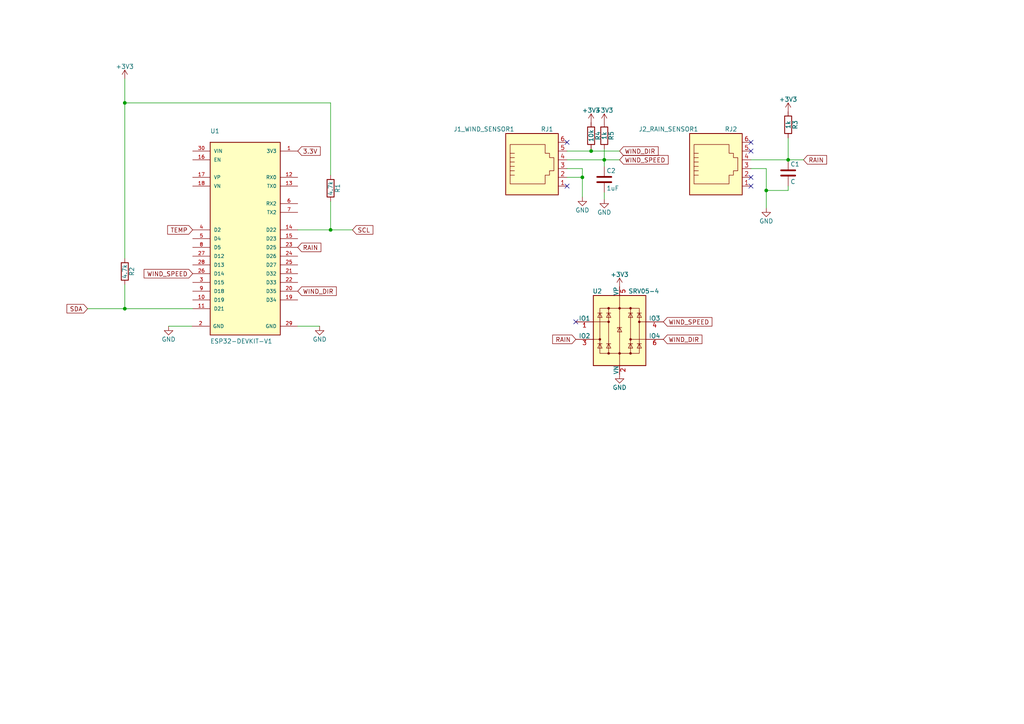
<source format=kicad_sch>
(kicad_sch (version 20211123) (generator eeschema)

  (uuid 962fb721-6e88-4032-ad8b-ed2db92d9d59)

  (paper "A4")

  (lib_symbols
    (symbol "Connector:RJ12" (pin_names (offset 1.016)) (in_bom yes) (on_board yes)
      (property "Reference" "J" (id 0) (at -5.08 11.43 0)
        (effects (font (size 1.27 1.27)) (justify right))
      )
      (property "Value" "RJ12" (id 1) (at 2.54 11.43 0)
        (effects (font (size 1.27 1.27)) (justify left))
      )
      (property "Footprint" "" (id 2) (at 0 0.635 90)
        (effects (font (size 1.27 1.27)) hide)
      )
      (property "Datasheet" "~" (id 3) (at 0 0.635 90)
        (effects (font (size 1.27 1.27)) hide)
      )
      (property "ki_keywords" "6P6C RJ female connector" (id 4) (at 0 0 0)
        (effects (font (size 1.27 1.27)) hide)
      )
      (property "ki_description" "RJ connector, 6P6C (6 positions 6 connected)" (id 5) (at 0 0 0)
        (effects (font (size 1.27 1.27)) hide)
      )
      (property "ki_fp_filters" "6P6C* RJ12* RJ18* RJ25*" (id 6) (at 0 0 0)
        (effects (font (size 1.27 1.27)) hide)
      )
      (symbol "RJ12_0_1"
        (polyline
          (pts
            (xy -6.35 -1.905)
            (xy -5.08 -1.905)
            (xy -5.08 -1.905)
          )
          (stroke (width 0) (type default) (color 0 0 0 0))
          (fill (type none))
        )
        (polyline
          (pts
            (xy -6.35 -0.635)
            (xy -5.08 -0.635)
            (xy -5.08 -0.635)
          )
          (stroke (width 0) (type default) (color 0 0 0 0))
          (fill (type none))
        )
        (polyline
          (pts
            (xy -6.35 0.635)
            (xy -5.08 0.635)
            (xy -5.08 0.635)
          )
          (stroke (width 0) (type default) (color 0 0 0 0))
          (fill (type none))
        )
        (polyline
          (pts
            (xy -6.35 1.905)
            (xy -5.08 1.905)
            (xy -5.08 1.905)
          )
          (stroke (width 0) (type default) (color 0 0 0 0))
          (fill (type none))
        )
        (polyline
          (pts
            (xy -6.35 3.175)
            (xy -5.08 3.175)
            (xy -5.08 3.175)
          )
          (stroke (width 0) (type default) (color 0 0 0 0))
          (fill (type none))
        )
        (polyline
          (pts
            (xy -5.08 4.445)
            (xy -6.35 4.445)
            (xy -6.35 4.445)
          )
          (stroke (width 0) (type default) (color 0 0 0 0))
          (fill (type none))
        )
        (polyline
          (pts
            (xy -6.35 -4.445)
            (xy -6.35 6.985)
            (xy 3.81 6.985)
            (xy 3.81 4.445)
            (xy 5.08 4.445)
            (xy 5.08 3.175)
            (xy 6.35 3.175)
            (xy 6.35 -0.635)
            (xy 5.08 -0.635)
            (xy 5.08 -1.905)
            (xy 3.81 -1.905)
            (xy 3.81 -4.445)
            (xy -6.35 -4.445)
            (xy -6.35 -4.445)
          )
          (stroke (width 0) (type default) (color 0 0 0 0))
          (fill (type none))
        )
        (rectangle (start 7.62 10.16) (end -7.62 -7.62)
          (stroke (width 0.254) (type default) (color 0 0 0 0))
          (fill (type background))
        )
      )
      (symbol "RJ12_1_1"
        (pin passive line (at 10.16 -5.08 180) (length 2.54)
          (name "~" (effects (font (size 1.27 1.27))))
          (number "1" (effects (font (size 1.27 1.27))))
        )
        (pin passive line (at 10.16 -2.54 180) (length 2.54)
          (name "~" (effects (font (size 1.27 1.27))))
          (number "2" (effects (font (size 1.27 1.27))))
        )
        (pin passive line (at 10.16 0 180) (length 2.54)
          (name "~" (effects (font (size 1.27 1.27))))
          (number "3" (effects (font (size 1.27 1.27))))
        )
        (pin passive line (at 10.16 2.54 180) (length 2.54)
          (name "~" (effects (font (size 1.27 1.27))))
          (number "4" (effects (font (size 1.27 1.27))))
        )
        (pin passive line (at 10.16 5.08 180) (length 2.54)
          (name "~" (effects (font (size 1.27 1.27))))
          (number "5" (effects (font (size 1.27 1.27))))
        )
        (pin passive line (at 10.16 7.62 180) (length 2.54)
          (name "~" (effects (font (size 1.27 1.27))))
          (number "6" (effects (font (size 1.27 1.27))))
        )
      )
    )
    (symbol "Device:C" (pin_numbers hide) (pin_names (offset 0.254)) (in_bom yes) (on_board yes)
      (property "Reference" "C" (id 0) (at 0.635 2.54 0)
        (effects (font (size 1.27 1.27)) (justify left))
      )
      (property "Value" "C" (id 1) (at 0.635 -2.54 0)
        (effects (font (size 1.27 1.27)) (justify left))
      )
      (property "Footprint" "" (id 2) (at 0.9652 -3.81 0)
        (effects (font (size 1.27 1.27)) hide)
      )
      (property "Datasheet" "~" (id 3) (at 0 0 0)
        (effects (font (size 1.27 1.27)) hide)
      )
      (property "ki_keywords" "cap capacitor" (id 4) (at 0 0 0)
        (effects (font (size 1.27 1.27)) hide)
      )
      (property "ki_description" "Unpolarized capacitor" (id 5) (at 0 0 0)
        (effects (font (size 1.27 1.27)) hide)
      )
      (property "ki_fp_filters" "C_*" (id 6) (at 0 0 0)
        (effects (font (size 1.27 1.27)) hide)
      )
      (symbol "C_0_1"
        (polyline
          (pts
            (xy -2.032 -0.762)
            (xy 2.032 -0.762)
          )
          (stroke (width 0.508) (type default) (color 0 0 0 0))
          (fill (type none))
        )
        (polyline
          (pts
            (xy -2.032 0.762)
            (xy 2.032 0.762)
          )
          (stroke (width 0.508) (type default) (color 0 0 0 0))
          (fill (type none))
        )
      )
      (symbol "C_1_1"
        (pin passive line (at 0 3.81 270) (length 2.794)
          (name "~" (effects (font (size 1.27 1.27))))
          (number "1" (effects (font (size 1.27 1.27))))
        )
        (pin passive line (at 0 -3.81 90) (length 2.794)
          (name "~" (effects (font (size 1.27 1.27))))
          (number "2" (effects (font (size 1.27 1.27))))
        )
      )
    )
    (symbol "Device:R" (pin_numbers hide) (pin_names (offset 0)) (in_bom yes) (on_board yes)
      (property "Reference" "R" (id 0) (at 2.032 0 90)
        (effects (font (size 1.27 1.27)))
      )
      (property "Value" "R" (id 1) (at 0 0 90)
        (effects (font (size 1.27 1.27)))
      )
      (property "Footprint" "" (id 2) (at -1.778 0 90)
        (effects (font (size 1.27 1.27)) hide)
      )
      (property "Datasheet" "~" (id 3) (at 0 0 0)
        (effects (font (size 1.27 1.27)) hide)
      )
      (property "ki_keywords" "R res resistor" (id 4) (at 0 0 0)
        (effects (font (size 1.27 1.27)) hide)
      )
      (property "ki_description" "Resistor" (id 5) (at 0 0 0)
        (effects (font (size 1.27 1.27)) hide)
      )
      (property "ki_fp_filters" "R_*" (id 6) (at 0 0 0)
        (effects (font (size 1.27 1.27)) hide)
      )
      (symbol "R_0_1"
        (rectangle (start -1.016 -2.54) (end 1.016 2.54)
          (stroke (width 0.254) (type default) (color 0 0 0 0))
          (fill (type none))
        )
      )
      (symbol "R_1_1"
        (pin passive line (at 0 3.81 270) (length 1.27)
          (name "~" (effects (font (size 1.27 1.27))))
          (number "1" (effects (font (size 1.27 1.27))))
        )
        (pin passive line (at 0 -3.81 90) (length 1.27)
          (name "~" (effects (font (size 1.27 1.27))))
          (number "2" (effects (font (size 1.27 1.27))))
        )
      )
    )
    (symbol "Power_Protection:SRV05-4" (pin_names (offset 0)) (in_bom yes) (on_board yes)
      (property "Reference" "U" (id 0) (at -5.08 11.43 0)
        (effects (font (size 1.27 1.27)) (justify right))
      )
      (property "Value" "SRV05-4" (id 1) (at 2.54 11.43 0)
        (effects (font (size 1.27 1.27)) (justify left))
      )
      (property "Footprint" "Package_TO_SOT_SMD:SOT-23-6" (id 2) (at 17.78 -11.43 0)
        (effects (font (size 1.27 1.27)) hide)
      )
      (property "Datasheet" "http://www.onsemi.com/pub/Collateral/SRV05-4-D.PDF" (id 3) (at 0 0 0)
        (effects (font (size 1.27 1.27)) hide)
      )
      (property "ki_keywords" "ESD protection diodes" (id 4) (at 0 0 0)
        (effects (font (size 1.27 1.27)) hide)
      )
      (property "ki_description" "ESD Protection Diodes with Low Clamping Voltage, SOT-23-6" (id 5) (at 0 0 0)
        (effects (font (size 1.27 1.27)) hide)
      )
      (property "ki_fp_filters" "SOT?23*" (id 6) (at 0 0 0)
        (effects (font (size 1.27 1.27)) hide)
      )
      (symbol "SRV05-4_0_0"
        (rectangle (start -5.715 6.477) (end 5.715 -6.604)
          (stroke (width 0) (type default) (color 0 0 0 0))
          (fill (type none))
        )
        (polyline
          (pts
            (xy -3.175 -6.604)
            (xy -3.175 6.477)
          )
          (stroke (width 0) (type default) (color 0 0 0 0))
          (fill (type none))
        )
        (polyline
          (pts
            (xy 3.175 6.477)
            (xy 3.175 -6.604)
          )
          (stroke (width 0) (type default) (color 0 0 0 0))
          (fill (type none))
        )
      )
      (symbol "SRV05-4_0_1"
        (rectangle (start -7.62 10.16) (end 7.62 -10.16)
          (stroke (width 0.254) (type default) (color 0 0 0 0))
          (fill (type background))
        )
        (circle (center -5.715 -2.54) (radius 0.2794)
          (stroke (width 0) (type default) (color 0 0 0 0))
          (fill (type outline))
        )
        (circle (center -3.175 -6.604) (radius 0.2794)
          (stroke (width 0) (type default) (color 0 0 0 0))
          (fill (type outline))
        )
        (circle (center -3.175 2.54) (radius 0.2794)
          (stroke (width 0) (type default) (color 0 0 0 0))
          (fill (type outline))
        )
        (circle (center -3.175 6.477) (radius 0.2794)
          (stroke (width 0) (type default) (color 0 0 0 0))
          (fill (type outline))
        )
        (circle (center 0 -6.604) (radius 0.2794)
          (stroke (width 0) (type default) (color 0 0 0 0))
          (fill (type outline))
        )
        (polyline
          (pts
            (xy -7.747 2.54)
            (xy -3.175 2.54)
          )
          (stroke (width 0) (type default) (color 0 0 0 0))
          (fill (type none))
        )
        (polyline
          (pts
            (xy -7.62 -2.54)
            (xy -5.715 -2.54)
          )
          (stroke (width 0) (type default) (color 0 0 0 0))
          (fill (type none))
        )
        (polyline
          (pts
            (xy -5.08 -3.81)
            (xy -6.35 -3.81)
          )
          (stroke (width 0) (type default) (color 0 0 0 0))
          (fill (type none))
        )
        (polyline
          (pts
            (xy -5.08 5.08)
            (xy -6.35 5.08)
          )
          (stroke (width 0) (type default) (color 0 0 0 0))
          (fill (type none))
        )
        (polyline
          (pts
            (xy -2.54 -3.81)
            (xy -3.81 -3.81)
          )
          (stroke (width 0) (type default) (color 0 0 0 0))
          (fill (type none))
        )
        (polyline
          (pts
            (xy -2.54 5.08)
            (xy -3.81 5.08)
          )
          (stroke (width 0) (type default) (color 0 0 0 0))
          (fill (type none))
        )
        (polyline
          (pts
            (xy 0 10.16)
            (xy 0 -10.16)
          )
          (stroke (width 0) (type default) (color 0 0 0 0))
          (fill (type none))
        )
        (polyline
          (pts
            (xy 3.81 -3.81)
            (xy 2.54 -3.81)
          )
          (stroke (width 0) (type default) (color 0 0 0 0))
          (fill (type none))
        )
        (polyline
          (pts
            (xy 3.81 5.08)
            (xy 2.54 5.08)
          )
          (stroke (width 0) (type default) (color 0 0 0 0))
          (fill (type none))
        )
        (polyline
          (pts
            (xy 6.35 -3.81)
            (xy 5.08 -3.81)
          )
          (stroke (width 0) (type default) (color 0 0 0 0))
          (fill (type none))
        )
        (polyline
          (pts
            (xy 6.35 5.08)
            (xy 5.08 5.08)
          )
          (stroke (width 0) (type default) (color 0 0 0 0))
          (fill (type none))
        )
        (polyline
          (pts
            (xy 7.62 -2.54)
            (xy 3.175 -2.54)
          )
          (stroke (width 0) (type default) (color 0 0 0 0))
          (fill (type none))
        )
        (polyline
          (pts
            (xy 7.62 2.54)
            (xy 5.715 2.54)
          )
          (stroke (width 0) (type default) (color 0 0 0 0))
          (fill (type none))
        )
        (polyline
          (pts
            (xy 0.635 0.889)
            (xy -0.635 0.889)
            (xy -0.635 0.635)
          )
          (stroke (width 0) (type default) (color 0 0 0 0))
          (fill (type none))
        )
        (polyline
          (pts
            (xy -5.08 -5.08)
            (xy -6.35 -5.08)
            (xy -5.715 -3.81)
            (xy -5.08 -5.08)
          )
          (stroke (width 0) (type default) (color 0 0 0 0))
          (fill (type none))
        )
        (polyline
          (pts
            (xy -5.08 3.81)
            (xy -6.35 3.81)
            (xy -5.715 5.08)
            (xy -5.08 3.81)
          )
          (stroke (width 0) (type default) (color 0 0 0 0))
          (fill (type none))
        )
        (polyline
          (pts
            (xy -2.54 -5.08)
            (xy -3.81 -5.08)
            (xy -3.175 -3.81)
            (xy -2.54 -5.08)
          )
          (stroke (width 0) (type default) (color 0 0 0 0))
          (fill (type none))
        )
        (polyline
          (pts
            (xy -2.54 3.81)
            (xy -3.81 3.81)
            (xy -3.175 5.08)
            (xy -2.54 3.81)
          )
          (stroke (width 0) (type default) (color 0 0 0 0))
          (fill (type none))
        )
        (polyline
          (pts
            (xy 0.635 -0.381)
            (xy -0.635 -0.381)
            (xy 0 0.889)
            (xy 0.635 -0.381)
          )
          (stroke (width 0) (type default) (color 0 0 0 0))
          (fill (type none))
        )
        (polyline
          (pts
            (xy 3.81 -5.08)
            (xy 2.54 -5.08)
            (xy 3.175 -3.81)
            (xy 3.81 -5.08)
          )
          (stroke (width 0) (type default) (color 0 0 0 0))
          (fill (type none))
        )
        (polyline
          (pts
            (xy 3.81 3.81)
            (xy 2.54 3.81)
            (xy 3.175 5.08)
            (xy 3.81 3.81)
          )
          (stroke (width 0) (type default) (color 0 0 0 0))
          (fill (type none))
        )
        (polyline
          (pts
            (xy 6.35 -5.08)
            (xy 5.08 -5.08)
            (xy 5.715 -3.81)
            (xy 6.35 -5.08)
          )
          (stroke (width 0) (type default) (color 0 0 0 0))
          (fill (type none))
        )
        (polyline
          (pts
            (xy 6.35 3.81)
            (xy 5.08 3.81)
            (xy 5.715 5.08)
            (xy 6.35 3.81)
          )
          (stroke (width 0) (type default) (color 0 0 0 0))
          (fill (type none))
        )
        (circle (center 0 6.477) (radius 0.2794)
          (stroke (width 0) (type default) (color 0 0 0 0))
          (fill (type outline))
        )
        (circle (center 3.175 -6.604) (radius 0.2794)
          (stroke (width 0) (type default) (color 0 0 0 0))
          (fill (type outline))
        )
        (circle (center 3.175 -2.54) (radius 0.2794)
          (stroke (width 0) (type default) (color 0 0 0 0))
          (fill (type outline))
        )
        (circle (center 3.175 6.477) (radius 0.2794)
          (stroke (width 0) (type default) (color 0 0 0 0))
          (fill (type outline))
        )
        (circle (center 5.715 2.54) (radius 0.2794)
          (stroke (width 0) (type default) (color 0 0 0 0))
          (fill (type outline))
        )
      )
      (symbol "SRV05-4_1_1"
        (pin passive line (at -12.7 2.54 0) (length 5.08)
          (name "IO1" (effects (font (size 1.27 1.27))))
          (number "1" (effects (font (size 1.27 1.27))))
        )
        (pin passive line (at 0 -12.7 90) (length 2.54)
          (name "VN" (effects (font (size 1.27 1.27))))
          (number "2" (effects (font (size 1.27 1.27))))
        )
        (pin passive line (at -12.7 -2.54 0) (length 5.08)
          (name "IO2" (effects (font (size 1.27 1.27))))
          (number "3" (effects (font (size 1.27 1.27))))
        )
        (pin passive line (at 12.7 2.54 180) (length 5.08)
          (name "IO3" (effects (font (size 1.27 1.27))))
          (number "4" (effects (font (size 1.27 1.27))))
        )
        (pin passive line (at 0 12.7 270) (length 2.54)
          (name "VP" (effects (font (size 1.27 1.27))))
          (number "5" (effects (font (size 1.27 1.27))))
        )
        (pin passive line (at 12.7 -2.54 180) (length 5.08)
          (name "IO4" (effects (font (size 1.27 1.27))))
          (number "6" (effects (font (size 1.27 1.27))))
        )
      )
    )
    (symbol "esp32_devkit:ESP32-DEVKIT-V1" (pin_names (offset 1.016)) (in_bom yes) (on_board yes)
      (property "Reference" "U" (id 0) (at -10.16 30.48 0)
        (effects (font (size 1.27 1.27)) (justify left bottom))
      )
      (property "Value" "ESP32-DEVKIT-V1" (id 1) (at -10.16 -30.48 0)
        (effects (font (size 1.27 1.27)) (justify left bottom))
      )
      (property "Footprint" "MODULE_ESP32_DEVKIT_V1" (id 2) (at 0 0 0)
        (effects (font (size 1.27 1.27)) (justify left bottom) hide)
      )
      (property "Datasheet" "" (id 3) (at 0 0 0)
        (effects (font (size 1.27 1.27)) (justify left bottom) hide)
      )
      (property "MAXIMUM_PACKAGE_HEIGHT" "6.8 mm" (id 4) (at 0 0 0)
        (effects (font (size 1.27 1.27)) (justify left bottom) hide)
      )
      (property "PARTREV" "N/A" (id 5) (at 0 0 0)
        (effects (font (size 1.27 1.27)) (justify left bottom) hide)
      )
      (property "MANUFACTURER" "DOIT" (id 6) (at 0 0 0)
        (effects (font (size 1.27 1.27)) (justify left bottom) hide)
      )
      (property "STANDARD" "Manufacturer Recommendations" (id 7) (at 0 0 0)
        (effects (font (size 1.27 1.27)) (justify left bottom) hide)
      )
      (property "ki_locked" "" (id 8) (at 0 0 0)
        (effects (font (size 1.27 1.27)))
      )
      (symbol "ESP32-DEVKIT-V1_0_0"
        (rectangle (start -10.16 -27.94) (end 10.16 27.94)
          (stroke (width 0.254) (type default) (color 0 0 0 0))
          (fill (type background))
        )
        (pin output line (at 15.24 25.4 180) (length 5.08)
          (name "3V3" (effects (font (size 1.016 1.016))))
          (number "1" (effects (font (size 1.016 1.016))))
        )
        (pin bidirectional line (at -15.24 -17.78 0) (length 5.08)
          (name "D19" (effects (font (size 1.016 1.016))))
          (number "10" (effects (font (size 1.016 1.016))))
        )
        (pin bidirectional line (at -15.24 -20.32 0) (length 5.08)
          (name "D21" (effects (font (size 1.016 1.016))))
          (number "11" (effects (font (size 1.016 1.016))))
        )
        (pin input line (at 15.24 17.78 180) (length 5.08)
          (name "RX0" (effects (font (size 1.016 1.016))))
          (number "12" (effects (font (size 1.016 1.016))))
        )
        (pin output line (at 15.24 15.24 180) (length 5.08)
          (name "TX0" (effects (font (size 1.016 1.016))))
          (number "13" (effects (font (size 1.016 1.016))))
        )
        (pin bidirectional line (at 15.24 2.54 180) (length 5.08)
          (name "D22" (effects (font (size 1.016 1.016))))
          (number "14" (effects (font (size 1.016 1.016))))
        )
        (pin bidirectional line (at 15.24 0 180) (length 5.08)
          (name "D23" (effects (font (size 1.016 1.016))))
          (number "15" (effects (font (size 1.016 1.016))))
        )
        (pin input line (at -15.24 22.86 0) (length 5.08)
          (name "EN" (effects (font (size 1.016 1.016))))
          (number "16" (effects (font (size 1.016 1.016))))
        )
        (pin bidirectional line (at -15.24 17.78 0) (length 5.08)
          (name "VP" (effects (font (size 1.016 1.016))))
          (number "17" (effects (font (size 1.016 1.016))))
        )
        (pin bidirectional line (at -15.24 15.24 0) (length 5.08)
          (name "VN" (effects (font (size 1.016 1.016))))
          (number "18" (effects (font (size 1.016 1.016))))
        )
        (pin bidirectional line (at 15.24 -17.78 180) (length 5.08)
          (name "D34" (effects (font (size 1.016 1.016))))
          (number "19" (effects (font (size 1.016 1.016))))
        )
        (pin power_in line (at -15.494 -25.4 0) (length 5.08)
          (name "GND" (effects (font (size 1.016 1.016))))
          (number "2" (effects (font (size 1.016 1.016))))
        )
        (pin bidirectional line (at 15.24 -15.24 180) (length 5.08)
          (name "D35" (effects (font (size 1.016 1.016))))
          (number "20" (effects (font (size 1.016 1.016))))
        )
        (pin bidirectional line (at 15.24 -10.16 180) (length 5.08)
          (name "D32" (effects (font (size 1.016 1.016))))
          (number "21" (effects (font (size 1.016 1.016))))
        )
        (pin bidirectional line (at 15.24 -12.7 180) (length 5.08)
          (name "D33" (effects (font (size 1.016 1.016))))
          (number "22" (effects (font (size 1.016 1.016))))
        )
        (pin bidirectional line (at 15.24 -2.54 180) (length 5.08)
          (name "D25" (effects (font (size 1.016 1.016))))
          (number "23" (effects (font (size 1.016 1.016))))
        )
        (pin bidirectional line (at 15.24 -5.08 180) (length 5.08)
          (name "D26" (effects (font (size 1.016 1.016))))
          (number "24" (effects (font (size 1.016 1.016))))
        )
        (pin bidirectional line (at 15.24 -7.62 180) (length 5.08)
          (name "D27" (effects (font (size 1.016 1.016))))
          (number "25" (effects (font (size 1.016 1.016))))
        )
        (pin bidirectional line (at -15.24 -10.16 0) (length 5.08)
          (name "D14" (effects (font (size 1.016 1.016))))
          (number "26" (effects (font (size 1.016 1.016))))
        )
        (pin bidirectional line (at -15.24 -5.08 0) (length 5.08)
          (name "D12" (effects (font (size 1.016 1.016))))
          (number "27" (effects (font (size 1.016 1.016))))
        )
        (pin bidirectional line (at -15.24 -7.62 0) (length 5.08)
          (name "D13" (effects (font (size 1.016 1.016))))
          (number "28" (effects (font (size 1.016 1.016))))
        )
        (pin power_in line (at 15.24 -25.4 180) (length 5.08)
          (name "GND" (effects (font (size 1.016 1.016))))
          (number "29" (effects (font (size 1.016 1.016))))
        )
        (pin bidirectional line (at -15.24 -12.7 0) (length 5.08)
          (name "D15" (effects (font (size 1.016 1.016))))
          (number "3" (effects (font (size 1.016 1.016))))
        )
        (pin input line (at -15.24 25.4 0) (length 5.08)
          (name "VIN" (effects (font (size 1.016 1.016))))
          (number "30" (effects (font (size 1.016 1.016))))
        )
        (pin bidirectional line (at -15.24 2.54 0) (length 5.08)
          (name "D2" (effects (font (size 1.016 1.016))))
          (number "4" (effects (font (size 1.016 1.016))))
        )
        (pin bidirectional line (at -15.24 0 0) (length 5.08)
          (name "D4" (effects (font (size 1.016 1.016))))
          (number "5" (effects (font (size 1.016 1.016))))
        )
        (pin input line (at 15.24 10.16 180) (length 5.08)
          (name "RX2" (effects (font (size 1.016 1.016))))
          (number "6" (effects (font (size 1.016 1.016))))
        )
        (pin output line (at 15.24 7.62 180) (length 5.08)
          (name "TX2" (effects (font (size 1.016 1.016))))
          (number "7" (effects (font (size 1.016 1.016))))
        )
        (pin bidirectional line (at -15.24 -2.54 0) (length 5.08)
          (name "D5" (effects (font (size 1.016 1.016))))
          (number "8" (effects (font (size 1.016 1.016))))
        )
        (pin bidirectional line (at -15.24 -15.24 0) (length 5.08)
          (name "D18" (effects (font (size 1.016 1.016))))
          (number "9" (effects (font (size 1.016 1.016))))
        )
      )
    )
    (symbol "power:+3.3V" (power) (pin_names (offset 0)) (in_bom yes) (on_board yes)
      (property "Reference" "#PWR" (id 0) (at 0 -3.81 0)
        (effects (font (size 1.27 1.27)) hide)
      )
      (property "Value" "+3.3V" (id 1) (at 0 3.556 0)
        (effects (font (size 1.27 1.27)))
      )
      (property "Footprint" "" (id 2) (at 0 0 0)
        (effects (font (size 1.27 1.27)) hide)
      )
      (property "Datasheet" "" (id 3) (at 0 0 0)
        (effects (font (size 1.27 1.27)) hide)
      )
      (property "ki_keywords" "power-flag" (id 4) (at 0 0 0)
        (effects (font (size 1.27 1.27)) hide)
      )
      (property "ki_description" "Power symbol creates a global label with name \"+3.3V\"" (id 5) (at 0 0 0)
        (effects (font (size 1.27 1.27)) hide)
      )
      (symbol "+3.3V_0_1"
        (polyline
          (pts
            (xy -0.762 1.27)
            (xy 0 2.54)
          )
          (stroke (width 0) (type default) (color 0 0 0 0))
          (fill (type none))
        )
        (polyline
          (pts
            (xy 0 0)
            (xy 0 2.54)
          )
          (stroke (width 0) (type default) (color 0 0 0 0))
          (fill (type none))
        )
        (polyline
          (pts
            (xy 0 2.54)
            (xy 0.762 1.27)
          )
          (stroke (width 0) (type default) (color 0 0 0 0))
          (fill (type none))
        )
      )
      (symbol "+3.3V_1_1"
        (pin power_in line (at 0 0 90) (length 0) hide
          (name "+3V3" (effects (font (size 1.27 1.27))))
          (number "1" (effects (font (size 1.27 1.27))))
        )
      )
    )
    (symbol "power:GND" (power) (pin_names (offset 0)) (in_bom yes) (on_board yes)
      (property "Reference" "#PWR" (id 0) (at 0 -6.35 0)
        (effects (font (size 1.27 1.27)) hide)
      )
      (property "Value" "GND" (id 1) (at 0 -3.81 0)
        (effects (font (size 1.27 1.27)))
      )
      (property "Footprint" "" (id 2) (at 0 0 0)
        (effects (font (size 1.27 1.27)) hide)
      )
      (property "Datasheet" "" (id 3) (at 0 0 0)
        (effects (font (size 1.27 1.27)) hide)
      )
      (property "ki_keywords" "power-flag" (id 4) (at 0 0 0)
        (effects (font (size 1.27 1.27)) hide)
      )
      (property "ki_description" "Power symbol creates a global label with name \"GND\" , ground" (id 5) (at 0 0 0)
        (effects (font (size 1.27 1.27)) hide)
      )
      (symbol "GND_0_1"
        (polyline
          (pts
            (xy 0 0)
            (xy 0 -1.27)
            (xy 1.27 -1.27)
            (xy 0 -2.54)
            (xy -1.27 -1.27)
            (xy 0 -1.27)
          )
          (stroke (width 0) (type default) (color 0 0 0 0))
          (fill (type none))
        )
      )
      (symbol "GND_1_1"
        (pin power_in line (at 0 0 270) (length 0) hide
          (name "GND" (effects (font (size 1.27 1.27))))
          (number "1" (effects (font (size 1.27 1.27))))
        )
      )
    )
  )

  (junction (at 95.885 66.675) (diameter 0) (color 0 0 0 0)
    (uuid 0c53cceb-afb6-4b85-a52c-6f745db7c2fa)
  )
  (junction (at 36.195 89.535) (diameter 0) (color 0 0 0 0)
    (uuid 10acaa87-55af-4a5b-9ad6-b2d079ac7b3e)
  )
  (junction (at 171.45 43.815) (diameter 0) (color 0 0 0 0)
    (uuid 13153800-ce25-47c4-8a97-061f4a9749b1)
  )
  (junction (at 168.91 51.435) (diameter 0) (color 0 0 0 0)
    (uuid 36143ae7-32cf-4522-927f-feaa135be1a2)
  )
  (junction (at 222.25 55.245) (diameter 0) (color 0 0 0 0)
    (uuid 5d4879a6-0801-439f-ab68-b3e3a77fe371)
  )
  (junction (at 175.26 46.355) (diameter 0) (color 0 0 0 0)
    (uuid 9c6ad365-179c-4150-93cb-ad92a898b90b)
  )
  (junction (at 228.6 46.355) (diameter 0) (color 0 0 0 0)
    (uuid ac874709-fe69-4a2c-a891-2c296c72b395)
  )
  (junction (at 36.195 29.845) (diameter 0) (color 0 0 0 0)
    (uuid e143187b-4489-4598-8974-9bf7c3b9056f)
  )

  (no_connect (at 164.465 53.975) (uuid 3d71a606-a600-406b-a3ca-a48ed454ec83))
  (no_connect (at 164.465 41.275) (uuid 3d71a606-a600-406b-a3ca-a48ed454ec83))
  (no_connect (at 217.805 53.975) (uuid 3d71a606-a600-406b-a3ca-a48ed454ec83))
  (no_connect (at 217.805 41.275) (uuid 3d71a606-a600-406b-a3ca-a48ed454ec83))
  (no_connect (at 217.805 43.815) (uuid 3d71a606-a600-406b-a3ca-a48ed454ec83))
  (no_connect (at 217.805 51.435) (uuid 3d71a606-a600-406b-a3ca-a48ed454ec83))
  (no_connect (at 167.005 93.345) (uuid 4c949792-1389-4b1a-9b70-236b6ec838e2))

  (wire (pts (xy 95.885 50.8) (xy 95.885 29.845))
    (stroke (width 0) (type default) (color 0 0 0 0))
    (uuid 0763d40c-fc86-48e9-9d3c-b99e0cc72548)
  )
  (wire (pts (xy 222.25 55.245) (xy 222.25 48.895))
    (stroke (width 0) (type default) (color 0 0 0 0))
    (uuid 0c76e237-5c01-4643-9d11-bc442260ca74)
  )
  (wire (pts (xy 228.6 40.005) (xy 228.6 46.355))
    (stroke (width 0) (type default) (color 0 0 0 0))
    (uuid 22d8d600-7fea-49a7-b8fd-db33b612d08d)
  )
  (wire (pts (xy 102.235 66.675) (xy 95.885 66.675))
    (stroke (width 0) (type default) (color 0 0 0 0))
    (uuid 24ef2f45-eef9-441d-ae46-e3cdcf681965)
  )
  (wire (pts (xy 217.805 46.355) (xy 228.6 46.355))
    (stroke (width 0) (type default) (color 0 0 0 0))
    (uuid 2740e417-0acf-4243-a055-cf27ade4d26c)
  )
  (wire (pts (xy 86.36 94.615) (xy 92.71 94.615))
    (stroke (width 0) (type default) (color 0 0 0 0))
    (uuid 2e25a514-5614-4ccf-b487-1aface4041a1)
  )
  (wire (pts (xy 48.895 94.615) (xy 55.626 94.615))
    (stroke (width 0) (type default) (color 0 0 0 0))
    (uuid 31d22571-5a6d-48cf-90bd-e47642afe408)
  )
  (wire (pts (xy 25.4 89.535) (xy 36.195 89.535))
    (stroke (width 0) (type default) (color 0 0 0 0))
    (uuid 33a85c78-c4a5-4b70-859f-6828971b66c8)
  )
  (wire (pts (xy 171.45 43.18) (xy 171.45 43.815))
    (stroke (width 0) (type default) (color 0 0 0 0))
    (uuid 470a75f1-3ab6-4b64-8926-ce90509a43f7)
  )
  (wire (pts (xy 36.195 89.535) (xy 55.88 89.535))
    (stroke (width 0) (type default) (color 0 0 0 0))
    (uuid 4c897d61-d100-4f26-b532-3e4b44a3e5d8)
  )
  (wire (pts (xy 95.885 29.845) (xy 36.195 29.845))
    (stroke (width 0) (type default) (color 0 0 0 0))
    (uuid 5a05e027-acfa-46b4-aedb-dad2a8a5ea61)
  )
  (wire (pts (xy 222.25 48.895) (xy 217.805 48.895))
    (stroke (width 0) (type default) (color 0 0 0 0))
    (uuid 5c9d7c11-da7a-4822-8266-804a04314f89)
  )
  (wire (pts (xy 36.195 29.845) (xy 36.195 74.93))
    (stroke (width 0) (type default) (color 0 0 0 0))
    (uuid 5d475b3a-0581-49d3-90f8-b991a8b968d2)
  )
  (wire (pts (xy 168.91 48.895) (xy 168.91 51.435))
    (stroke (width 0) (type default) (color 0 0 0 0))
    (uuid 609f0280-bc36-4476-ae1e-b2a173f686d1)
  )
  (wire (pts (xy 168.91 51.435) (xy 164.465 51.435))
    (stroke (width 0) (type default) (color 0 0 0 0))
    (uuid 6c6c98a7-4174-4f07-9270-6c091fa8ec44)
  )
  (wire (pts (xy 228.6 46.355) (xy 233.045 46.355))
    (stroke (width 0) (type default) (color 0 0 0 0))
    (uuid 6e1eb098-ef2c-4444-8f6e-573b8ae2f2aa)
  )
  (wire (pts (xy 222.25 60.325) (xy 222.25 55.245))
    (stroke (width 0) (type default) (color 0 0 0 0))
    (uuid 72bc4986-d5a8-4e83-a4f3-07618ed76d28)
  )
  (wire (pts (xy 36.195 22.86) (xy 36.195 29.845))
    (stroke (width 0) (type default) (color 0 0 0 0))
    (uuid 78d8b7f7-bfaa-48cf-9db4-08be972ea277)
  )
  (wire (pts (xy 168.91 51.435) (xy 168.91 57.15))
    (stroke (width 0) (type default) (color 0 0 0 0))
    (uuid 7de53ff7-70bc-4209-ba37-297a9b4605d2)
  )
  (wire (pts (xy 164.465 43.815) (xy 171.45 43.815))
    (stroke (width 0) (type default) (color 0 0 0 0))
    (uuid 86268811-8bd6-4e01-a52c-bee5bfdb0a75)
  )
  (wire (pts (xy 164.465 46.355) (xy 175.26 46.355))
    (stroke (width 0) (type default) (color 0 0 0 0))
    (uuid 92203840-e7e3-4dd2-ad64-2b977df92549)
  )
  (wire (pts (xy 175.26 46.355) (xy 175.26 48.26))
    (stroke (width 0) (type default) (color 0 0 0 0))
    (uuid 98061911-85ba-4f6f-910d-c1ba76e6bb42)
  )
  (wire (pts (xy 228.6 55.245) (xy 228.6 53.975))
    (stroke (width 0) (type default) (color 0 0 0 0))
    (uuid b3da7ec5-be45-4f10-b30c-666a0e9fca83)
  )
  (wire (pts (xy 175.26 55.88) (xy 175.26 57.785))
    (stroke (width 0) (type default) (color 0 0 0 0))
    (uuid b724c7f6-456b-44d6-9256-13aa9fef5657)
  )
  (wire (pts (xy 95.885 58.42) (xy 95.885 66.675))
    (stroke (width 0) (type default) (color 0 0 0 0))
    (uuid bddb9f7e-6c89-4e4c-8db1-c370a6780a08)
  )
  (wire (pts (xy 164.465 48.895) (xy 168.91 48.895))
    (stroke (width 0) (type default) (color 0 0 0 0))
    (uuid c19fbb6b-2ec8-4c03-a34f-37043ab901f9)
  )
  (wire (pts (xy 175.26 43.18) (xy 175.26 46.355))
    (stroke (width 0) (type default) (color 0 0 0 0))
    (uuid ccf4eb7d-872b-4768-909a-293e04975364)
  )
  (wire (pts (xy 222.25 55.245) (xy 228.6 55.245))
    (stroke (width 0) (type default) (color 0 0 0 0))
    (uuid d6c7847a-6d53-4a77-9aea-b2c95b8aa8ae)
  )
  (wire (pts (xy 36.195 82.55) (xy 36.195 89.535))
    (stroke (width 0) (type default) (color 0 0 0 0))
    (uuid d87b0ba9-d5c5-4a54-a344-1d2959cf7c4b)
  )
  (wire (pts (xy 171.45 43.815) (xy 179.705 43.815))
    (stroke (width 0) (type default) (color 0 0 0 0))
    (uuid dcd2e5a9-ade5-4fa7-968f-8459aab61f14)
  )
  (wire (pts (xy 175.26 46.355) (xy 179.705 46.355))
    (stroke (width 0) (type default) (color 0 0 0 0))
    (uuid f7e780a7-4eaa-4845-984d-5c3b2311171a)
  )
  (wire (pts (xy 95.885 66.675) (xy 86.36 66.675))
    (stroke (width 0) (type default) (color 0 0 0 0))
    (uuid f8453bf1-b1a8-464f-a28b-484ea78be0cc)
  )

  (global_label "WIND_DIR" (shape input) (at 179.705 43.815 0) (fields_autoplaced)
    (effects (font (size 1.27 1.27)) (justify left))
    (uuid 2da89843-2ba2-4100-9646-782e085fd7bf)
    (property "Intersheet References" "${INTERSHEET_REFS}" (id 0) (at 190.7982 43.7356 0)
      (effects (font (size 1.27 1.27)) (justify left) hide)
    )
  )
  (global_label "RAIN" (shape input) (at 233.045 46.355 0) (fields_autoplaced)
    (effects (font (size 1.27 1.27)) (justify left))
    (uuid 39d46bd4-00a9-474a-ae64-99d67bf6f5ed)
    (property "Intersheet References" "${INTERSHEET_REFS}" (id 0) (at 239.663 46.4344 0)
      (effects (font (size 1.27 1.27)) (justify left) hide)
    )
  )
  (global_label "3.3V" (shape input) (at 86.36 43.815 0) (fields_autoplaced)
    (effects (font (size 1.27 1.27)) (justify left))
    (uuid 424dedc4-f20f-4a77-b5b0-02c9b2a425ba)
    (property "Intersheet References" "${INTERSHEET_REFS}" (id 0) (at 92.7966 43.7356 0)
      (effects (font (size 1.27 1.27)) (justify left) hide)
    )
  )
  (global_label "WIND_SPEED" (shape input) (at 192.405 93.345 0) (fields_autoplaced)
    (effects (font (size 1.27 1.27)) (justify left))
    (uuid 480a4a2b-06f5-4896-9780-639cba74e5fe)
    (property "Intersheet References" "${INTERSHEET_REFS}" (id 0) (at 206.4011 93.2656 0)
      (effects (font (size 1.27 1.27)) (justify left) hide)
    )
  )
  (global_label "WIND_DIR" (shape input) (at 86.36 84.455 0) (fields_autoplaced)
    (effects (font (size 1.27 1.27)) (justify left))
    (uuid 52cf702c-a008-40b2-84f5-a17dd0e0ca1c)
    (property "Intersheet References" "${INTERSHEET_REFS}" (id 0) (at 97.4532 84.3756 0)
      (effects (font (size 1.27 1.27)) (justify left) hide)
    )
  )
  (global_label "WIND_DIR" (shape input) (at 192.405 98.425 0) (fields_autoplaced)
    (effects (font (size 1.27 1.27)) (justify left))
    (uuid 589e6139-4a31-44d1-9e58-94516535bb58)
    (property "Intersheet References" "${INTERSHEET_REFS}" (id 0) (at 203.4982 98.3456 0)
      (effects (font (size 1.27 1.27)) (justify left) hide)
    )
  )
  (global_label "SDA" (shape input) (at 25.4 89.535 180) (fields_autoplaced)
    (effects (font (size 1.27 1.27)) (justify right))
    (uuid 5a4dd3c3-5f0d-4f7a-a70b-0f039c3bd4ab)
    (property "Intersheet References" "${INTERSHEET_REFS}" (id 0) (at 19.5077 89.6144 0)
      (effects (font (size 1.27 1.27)) (justify right) hide)
    )
  )
  (global_label "WIND_SPEED" (shape input) (at 179.705 46.355 0) (fields_autoplaced)
    (effects (font (size 1.27 1.27)) (justify left))
    (uuid 6c83350b-4440-458b-ae52-6430d5430dfd)
    (property "Intersheet References" "${INTERSHEET_REFS}" (id 0) (at 193.7011 46.2756 0)
      (effects (font (size 1.27 1.27)) (justify left) hide)
    )
  )
  (global_label "TEMP" (shape input) (at 55.88 66.675 180) (fields_autoplaced)
    (effects (font (size 1.27 1.27)) (justify right))
    (uuid a35e8a3d-4ffd-4390-aca4-1bd4f8491bb2)
    (property "Intersheet References" "${INTERSHEET_REFS}" (id 0) (at 48.7177 66.5956 0)
      (effects (font (size 1.27 1.27)) (justify right) hide)
    )
  )
  (global_label "RAIN" (shape input) (at 86.36 71.755 0) (fields_autoplaced)
    (effects (font (size 1.27 1.27)) (justify left))
    (uuid b59da9c7-75f9-4e1b-b42e-a77ff79125bd)
    (property "Intersheet References" "${INTERSHEET_REFS}" (id 0) (at 92.978 71.6756 0)
      (effects (font (size 1.27 1.27)) (justify left) hide)
    )
  )
  (global_label "SCL" (shape input) (at 102.235 66.675 0) (fields_autoplaced)
    (effects (font (size 1.27 1.27)) (justify left))
    (uuid bb5152c8-5d8a-44e4-be6b-74c36d2e7f31)
    (property "Intersheet References" "${INTERSHEET_REFS}" (id 0) (at 108.0668 66.5956 0)
      (effects (font (size 1.27 1.27)) (justify left) hide)
    )
  )
  (global_label "WIND_SPEED" (shape input) (at 55.88 79.375 180) (fields_autoplaced)
    (effects (font (size 1.27 1.27)) (justify right))
    (uuid c34f3780-e63e-425f-874d-78534e03fc81)
    (property "Intersheet References" "${INTERSHEET_REFS}" (id 0) (at 41.8839 79.2956 0)
      (effects (font (size 1.27 1.27)) (justify right) hide)
    )
  )
  (global_label "RAIN" (shape input) (at 167.005 98.425 180) (fields_autoplaced)
    (effects (font (size 1.27 1.27)) (justify right))
    (uuid d76d002d-79a6-493d-beee-cfd6c20e9189)
    (property "Intersheet References" "${INTERSHEET_REFS}" (id 0) (at 160.387 98.3456 0)
      (effects (font (size 1.27 1.27)) (justify right) hide)
    )
  )

  (symbol (lib_id "power:+3.3V") (at 179.705 83.185 0) (unit 1)
    (in_bom yes) (on_board yes)
    (uuid 0c2531cf-0229-4444-8425-09415c1e7af4)
    (property "Reference" "#PWR0109" (id 0) (at 179.705 86.995 0)
      (effects (font (size 1.27 1.27)) hide)
    )
    (property "Value" "+3.3V" (id 1) (at 179.705 79.629 0))
    (property "Footprint" "" (id 2) (at 179.705 83.185 0)
      (effects (font (size 1.27 1.27)) hide)
    )
    (property "Datasheet" "" (id 3) (at 179.705 83.185 0)
      (effects (font (size 1.27 1.27)) hide)
    )
    (pin "1" (uuid fcf7071c-7990-44d0-9628-028f9ea0aeef))
  )

  (symbol (lib_id "power:GND") (at 179.705 108.585 0) (unit 1)
    (in_bom yes) (on_board yes)
    (uuid 0d274250-a929-4153-b85a-a66ae7ef86b9)
    (property "Reference" "#PWR0108" (id 0) (at 179.705 114.935 0)
      (effects (font (size 1.27 1.27)) hide)
    )
    (property "Value" "GND" (id 1) (at 179.705 112.395 0))
    (property "Footprint" "" (id 2) (at 179.705 108.585 0)
      (effects (font (size 1.27 1.27)) hide)
    )
    (property "Datasheet" "" (id 3) (at 179.705 108.585 0)
      (effects (font (size 1.27 1.27)) hide)
    )
    (pin "1" (uuid bd023e9d-e6d6-4da7-8695-c48199a3c676))
  )

  (symbol (lib_id "Connector:RJ12") (at 154.305 48.895 0) (unit 1)
    (in_bom yes) (on_board yes)
    (uuid 18432cb8-5944-4a5f-92af-9006ac409972)
    (property "Reference" "J1_WIND_SENSOR1" (id 0) (at 149.225 37.465 0)
      (effects (font (size 1.27 1.27)) (justify right))
    )
    (property "Value" "RJ1" (id 1) (at 156.845 37.465 0)
      (effects (font (size 1.27 1.27)) (justify left))
    )
    (property "Footprint" "" (id 2) (at 154.305 48.26 90)
      (effects (font (size 1.27 1.27)) hide)
    )
    (property "Datasheet" "~" (id 3) (at 154.305 48.26 90)
      (effects (font (size 1.27 1.27)) hide)
    )
    (pin "1" (uuid 921031ed-0b04-4613-979a-1a83cbfdb3fa))
    (pin "2" (uuid 197cbec7-0140-46f6-b19f-0815a32b225c))
    (pin "3" (uuid 6c2e398c-e2f6-4099-88e2-728859ed2cae))
    (pin "4" (uuid e0ad095e-d69d-42ce-a88f-945069713885))
    (pin "5" (uuid 837cf65f-fb31-426f-a3fd-a8338f32ec22))
    (pin "6" (uuid be6eb1c7-4da1-42b8-8bd6-acab3cb13414))
  )

  (symbol (lib_id "power:+3.3V") (at 36.195 22.86 0) (unit 1)
    (in_bom yes) (on_board yes)
    (uuid 1b811b44-7f2c-4809-9d73-987836efb4f6)
    (property "Reference" "#PWR0101" (id 0) (at 36.195 26.67 0)
      (effects (font (size 1.27 1.27)) hide)
    )
    (property "Value" "+3.3V" (id 1) (at 36.195 19.304 0))
    (property "Footprint" "" (id 2) (at 36.195 22.86 0)
      (effects (font (size 1.27 1.27)) hide)
    )
    (property "Datasheet" "" (id 3) (at 36.195 22.86 0)
      (effects (font (size 1.27 1.27)) hide)
    )
    (pin "1" (uuid 599fa70b-e50e-4fa8-89f5-2cfc1fe9086e))
  )

  (symbol (lib_id "Device:R") (at 95.885 54.61 0) (unit 1)
    (in_bom yes) (on_board yes)
    (uuid 3be74b29-3268-4f43-b092-69d5c1bca508)
    (property "Reference" "R1" (id 0) (at 97.917 54.61 90))
    (property "Value" "4.7k" (id 1) (at 95.885 54.61 90))
    (property "Footprint" "" (id 2) (at 94.107 54.61 90)
      (effects (font (size 1.27 1.27)) hide)
    )
    (property "Datasheet" "~" (id 3) (at 95.885 54.61 0)
      (effects (font (size 1.27 1.27)) hide)
    )
    (pin "1" (uuid 286f1f8b-2649-4dc9-96eb-8d128329a332))
    (pin "2" (uuid d1bc0be7-f148-4359-8bac-14b9f694d8e0))
  )

  (symbol (lib_id "Connector:RJ12") (at 207.645 48.895 0) (unit 1)
    (in_bom yes) (on_board yes)
    (uuid 45391477-a617-4165-8520-f528b17e905f)
    (property "Reference" "J2_RAIN_SENSOR1" (id 0) (at 202.565 37.465 0)
      (effects (font (size 1.27 1.27)) (justify right))
    )
    (property "Value" "RJ2" (id 1) (at 210.185 37.465 0)
      (effects (font (size 1.27 1.27)) (justify left))
    )
    (property "Footprint" "" (id 2) (at 207.645 48.26 90)
      (effects (font (size 1.27 1.27)) hide)
    )
    (property "Datasheet" "~" (id 3) (at 207.645 48.26 90)
      (effects (font (size 1.27 1.27)) hide)
    )
    (pin "1" (uuid d613705e-6c01-4c95-b222-959bcd0e5f62))
    (pin "2" (uuid 5dab84cc-829e-451c-bfe6-71727fb78de5))
    (pin "3" (uuid 5f7c67f2-db9c-44db-970f-c0e4d894b065))
    (pin "4" (uuid 9963b5bb-de52-412d-beb1-8ae6c5881b4f))
    (pin "5" (uuid ec0dc49c-8bf5-4b89-b728-45996eabf7c1))
    (pin "6" (uuid 058d34dd-bc83-47b8-b0d2-d7887b46ad08))
  )

  (symbol (lib_id "power:+3.3V") (at 228.6 32.385 0) (unit 1)
    (in_bom yes) (on_board yes)
    (uuid 4e1fdf1e-d8eb-4ed2-8d12-5d167d504e68)
    (property "Reference" "#PWR0111" (id 0) (at 228.6 36.195 0)
      (effects (font (size 1.27 1.27)) hide)
    )
    (property "Value" "+3.3V" (id 1) (at 228.6 28.829 0))
    (property "Footprint" "" (id 2) (at 228.6 32.385 0)
      (effects (font (size 1.27 1.27)) hide)
    )
    (property "Datasheet" "" (id 3) (at 228.6 32.385 0)
      (effects (font (size 1.27 1.27)) hide)
    )
    (pin "1" (uuid 09652cd1-ff3b-45b5-b7d5-2fc8f02b1dce))
  )

  (symbol (lib_id "power:+3.3V") (at 175.26 35.56 0) (unit 1)
    (in_bom yes) (on_board yes)
    (uuid 4f4a8652-bd78-492b-862f-8b6e337294a2)
    (property "Reference" "#PWR0106" (id 0) (at 175.26 39.37 0)
      (effects (font (size 1.27 1.27)) hide)
    )
    (property "Value" "+3.3V" (id 1) (at 175.26 32.004 0))
    (property "Footprint" "" (id 2) (at 175.26 35.56 0)
      (effects (font (size 1.27 1.27)) hide)
    )
    (property "Datasheet" "" (id 3) (at 175.26 35.56 0)
      (effects (font (size 1.27 1.27)) hide)
    )
    (pin "1" (uuid fad2cac7-0776-4503-9898-22c0c11b0c4d))
  )

  (symbol (lib_id "Power_Protection:SRV05-4") (at 179.705 95.885 0) (unit 1)
    (in_bom yes) (on_board yes)
    (uuid 5dbf9666-bf4b-4af2-9213-dcd5ffcb1166)
    (property "Reference" "U2" (id 0) (at 174.625 84.455 0)
      (effects (font (size 1.27 1.27)) (justify right))
    )
    (property "Value" "SRV05-4" (id 1) (at 182.245 84.455 0)
      (effects (font (size 1.27 1.27)) (justify left))
    )
    (property "Footprint" "Package_TO_SOT_SMD:SOT-23-6" (id 2) (at 197.485 107.315 0)
      (effects (font (size 1.27 1.27)) hide)
    )
    (property "Datasheet" "http://www.onsemi.com/pub/Collateral/SRV05-4-D.PDF" (id 3) (at 179.705 95.885 0)
      (effects (font (size 1.27 1.27)) hide)
    )
    (pin "1" (uuid 3e40e0a8-310a-4455-979e-173527757171))
    (pin "2" (uuid 1bfa63ab-c5c4-47d0-8f22-0f02edb762ca))
    (pin "3" (uuid 132519ca-cfd7-4312-a81b-f4d36ab119a5))
    (pin "4" (uuid ab393e92-9b5d-48a5-bada-57cd7a9ee92e))
    (pin "5" (uuid b0fb34c2-2e1e-41af-b354-0617300fec7d))
    (pin "6" (uuid 4b74ae89-9b7a-4a7a-a987-7f195c724340))
  )

  (symbol (lib_id "power:GND") (at 168.91 57.15 0) (unit 1)
    (in_bom yes) (on_board yes)
    (uuid 623eb892-ec40-4ec5-928a-acb23491125d)
    (property "Reference" "#PWR0104" (id 0) (at 168.91 63.5 0)
      (effects (font (size 1.27 1.27)) hide)
    )
    (property "Value" "GND" (id 1) (at 168.91 60.96 0))
    (property "Footprint" "" (id 2) (at 168.91 57.15 0)
      (effects (font (size 1.27 1.27)) hide)
    )
    (property "Datasheet" "" (id 3) (at 168.91 57.15 0)
      (effects (font (size 1.27 1.27)) hide)
    )
    (pin "1" (uuid 1325def8-98b1-42ca-b861-f5ac43f45130))
  )

  (symbol (lib_id "Device:C") (at 228.6 50.165 0) (unit 1)
    (in_bom yes) (on_board yes)
    (uuid 65184e29-cc05-4187-acaf-96032e28eaed)
    (property "Reference" "C1" (id 0) (at 229.235 47.625 0)
      (effects (font (size 1.27 1.27)) (justify left))
    )
    (property "Value" "C" (id 1) (at 229.235 52.705 0)
      (effects (font (size 1.27 1.27)) (justify left))
    )
    (property "Footprint" "" (id 2) (at 229.5652 53.975 0)
      (effects (font (size 1.27 1.27)) hide)
    )
    (property "Datasheet" "~" (id 3) (at 228.6 50.165 0)
      (effects (font (size 1.27 1.27)) hide)
    )
    (pin "1" (uuid ff0aba0a-e13f-4e9f-bb3e-6ea6094136ee))
    (pin "2" (uuid 4603547a-ee19-47bd-a5db-33d6051186a4))
  )

  (symbol (lib_id "Device:R") (at 171.45 39.37 0) (unit 1)
    (in_bom yes) (on_board yes)
    (uuid 6a155a1f-626b-428b-a6e4-44d85255baed)
    (property "Reference" "R4" (id 0) (at 173.482 39.37 90))
    (property "Value" "10k" (id 1) (at 171.45 39.37 90))
    (property "Footprint" "" (id 2) (at 169.672 39.37 90)
      (effects (font (size 1.27 1.27)) hide)
    )
    (property "Datasheet" "~" (id 3) (at 171.45 39.37 0)
      (effects (font (size 1.27 1.27)) hide)
    )
    (pin "1" (uuid e9a10b6b-6db4-493d-8ffe-5e85f11f8c05))
    (pin "2" (uuid f3e3b7b6-12e7-4909-a0e0-4957a93a661a))
  )

  (symbol (lib_id "power:+3.3V") (at 171.45 35.56 0) (unit 1)
    (in_bom yes) (on_board yes)
    (uuid 78cc7966-6d42-4812-a27d-667609a087be)
    (property "Reference" "#PWR0107" (id 0) (at 171.45 39.37 0)
      (effects (font (size 1.27 1.27)) hide)
    )
    (property "Value" "+3.3V" (id 1) (at 171.45 32.004 0))
    (property "Footprint" "" (id 2) (at 171.45 35.56 0)
      (effects (font (size 1.27 1.27)) hide)
    )
    (property "Datasheet" "" (id 3) (at 171.45 35.56 0)
      (effects (font (size 1.27 1.27)) hide)
    )
    (pin "1" (uuid 83dd9354-3908-4c6d-b20e-bda06b669445))
  )

  (symbol (lib_id "power:GND") (at 175.26 57.785 0) (unit 1)
    (in_bom yes) (on_board yes)
    (uuid 84e63712-3f07-4fbf-9bd2-9d9eb725badf)
    (property "Reference" "#PWR0105" (id 0) (at 175.26 64.135 0)
      (effects (font (size 1.27 1.27)) hide)
    )
    (property "Value" "GND" (id 1) (at 175.26 61.595 0))
    (property "Footprint" "" (id 2) (at 175.26 57.785 0)
      (effects (font (size 1.27 1.27)) hide)
    )
    (property "Datasheet" "" (id 3) (at 175.26 57.785 0)
      (effects (font (size 1.27 1.27)) hide)
    )
    (pin "1" (uuid ad02f54b-6d19-4681-8c2d-06b5b0a8c24d))
  )

  (symbol (lib_id "power:GND") (at 92.71 94.615 0) (unit 1)
    (in_bom yes) (on_board yes)
    (uuid 89f291ba-c7c0-486e-bf06-e59b69fd2409)
    (property "Reference" "#PWR0102" (id 0) (at 92.71 100.965 0)
      (effects (font (size 1.27 1.27)) hide)
    )
    (property "Value" "GND" (id 1) (at 92.71 98.425 0))
    (property "Footprint" "" (id 2) (at 92.71 94.615 0)
      (effects (font (size 1.27 1.27)) hide)
    )
    (property "Datasheet" "" (id 3) (at 92.71 94.615 0)
      (effects (font (size 1.27 1.27)) hide)
    )
    (pin "1" (uuid 73d4ecc6-d3f4-4189-a987-e5edc61724fd))
  )

  (symbol (lib_id "Device:C") (at 175.26 52.07 0) (unit 1)
    (in_bom yes) (on_board yes)
    (uuid 8b0ab7a4-8e77-4d18-a159-588f2c1f458b)
    (property "Reference" "C2" (id 0) (at 175.895 49.53 0)
      (effects (font (size 1.27 1.27)) (justify left))
    )
    (property "Value" "1uF" (id 1) (at 175.895 54.61 0)
      (effects (font (size 1.27 1.27)) (justify left))
    )
    (property "Footprint" "" (id 2) (at 176.2252 55.88 0)
      (effects (font (size 1.27 1.27)) hide)
    )
    (property "Datasheet" "~" (id 3) (at 175.26 52.07 0)
      (effects (font (size 1.27 1.27)) hide)
    )
    (pin "1" (uuid 9d990007-b93f-4dc3-b15c-c498ea602eb5))
    (pin "2" (uuid c63f9f55-952c-41b1-9ef3-e89d101ea176))
  )

  (symbol (lib_id "Device:R") (at 228.6 36.195 0) (unit 1)
    (in_bom yes) (on_board yes)
    (uuid bca01770-a750-4252-9636-6c90b839877c)
    (property "Reference" "R3" (id 0) (at 230.632 36.195 90))
    (property "Value" "1k" (id 1) (at 228.6 36.195 90))
    (property "Footprint" "" (id 2) (at 226.822 36.195 90)
      (effects (font (size 1.27 1.27)) hide)
    )
    (property "Datasheet" "~" (id 3) (at 228.6 36.195 0)
      (effects (font (size 1.27 1.27)) hide)
    )
    (pin "1" (uuid 24740c02-c002-45db-a55d-1d0ac54d6fbd))
    (pin "2" (uuid e73df327-4847-4466-abef-ad5b11ec3753))
  )

  (symbol (lib_id "power:GND") (at 222.25 60.325 0) (unit 1)
    (in_bom yes) (on_board yes)
    (uuid d7290704-b7dd-4b03-ac3b-5fe6eff55217)
    (property "Reference" "#PWR0110" (id 0) (at 222.25 66.675 0)
      (effects (font (size 1.27 1.27)) hide)
    )
    (property "Value" "GND" (id 1) (at 222.25 64.135 0))
    (property "Footprint" "" (id 2) (at 222.25 60.325 0)
      (effects (font (size 1.27 1.27)) hide)
    )
    (property "Datasheet" "" (id 3) (at 222.25 60.325 0)
      (effects (font (size 1.27 1.27)) hide)
    )
    (pin "1" (uuid 518ac707-fe33-4f8a-8052-5e9b507ce07e))
  )

  (symbol (lib_id "Device:R") (at 36.195 78.74 0) (unit 1)
    (in_bom yes) (on_board yes)
    (uuid e2177d2c-923e-46e7-b564-15e193c61c7e)
    (property "Reference" "R2" (id 0) (at 38.227 78.74 90))
    (property "Value" "4.7k" (id 1) (at 36.195 78.74 90))
    (property "Footprint" "" (id 2) (at 34.417 78.74 90)
      (effects (font (size 1.27 1.27)) hide)
    )
    (property "Datasheet" "~" (id 3) (at 36.195 78.74 0)
      (effects (font (size 1.27 1.27)) hide)
    )
    (pin "1" (uuid 1d6debfe-d205-4d93-813a-004538775813))
    (pin "2" (uuid 02f52e74-4f3a-459a-99ca-e2244a01ad7f))
  )

  (symbol (lib_id "esp32_devkit:ESP32-DEVKIT-V1") (at 71.12 69.215 0) (unit 1)
    (in_bom yes) (on_board yes)
    (uuid ee191c63-7b66-4261-ab83-c5264c3bec2a)
    (property "Reference" "U1" (id 0) (at 60.96 38.735 0)
      (effects (font (size 1.27 1.27)) (justify left bottom))
    )
    (property "Value" "ESP32-DEVKIT-V1" (id 1) (at 60.96 99.695 0)
      (effects (font (size 1.27 1.27)) (justify left bottom))
    )
    (property "Footprint" "MODULE_ESP32_DEVKIT_V1" (id 2) (at 71.12 69.215 0)
      (effects (font (size 1.27 1.27)) (justify left bottom) hide)
    )
    (property "Datasheet" "" (id 3) (at 71.12 69.215 0)
      (effects (font (size 1.27 1.27)) (justify left bottom) hide)
    )
    (property "MAXIMUM_PACKAGE_HEIGHT" "6.8 mm" (id 4) (at 71.12 69.215 0)
      (effects (font (size 1.27 1.27)) (justify left bottom) hide)
    )
    (property "PARTREV" "N/A" (id 5) (at 71.12 69.215 0)
      (effects (font (size 1.27 1.27)) (justify left bottom) hide)
    )
    (property "MANUFACTURER" "DOIT" (id 6) (at 71.12 69.215 0)
      (effects (font (size 1.27 1.27)) (justify left bottom) hide)
    )
    (property "STANDARD" "Manufacturer Recommendations" (id 7) (at 71.12 69.215 0)
      (effects (font (size 1.27 1.27)) (justify left bottom) hide)
    )
    (pin "1" (uuid f022c92b-a13e-4cb3-88e7-ece41e9cb56c))
    (pin "10" (uuid dc97b712-a203-4d3f-b7e1-246d75f89285))
    (pin "11" (uuid 91d1e6ec-e33d-4001-ab5d-901541fa6d83))
    (pin "12" (uuid 1b4ec401-6087-47b9-af0b-6579a3c698ee))
    (pin "13" (uuid 35c50e6c-47bd-45fe-95b2-cc4809c9d34c))
    (pin "14" (uuid c768fe08-0611-4f41-9d51-2b212368bc36))
    (pin "15" (uuid 4bf9bcc2-bf43-4557-a898-a080650cc5ff))
    (pin "16" (uuid b1684fa2-e95f-478e-b793-9a1bef607290))
    (pin "17" (uuid 6da2bda0-6997-4942-be4a-cbd2819d14a9))
    (pin "18" (uuid f920c521-4625-410c-86a4-3c4a6cf96cf0))
    (pin "19" (uuid de836279-3e44-46fd-a181-02abed944c26))
    (pin "2" (uuid f3edec2c-08ef-4c0c-9ba9-309d817067ad))
    (pin "20" (uuid 96dcf352-9598-4d66-8a81-4d32436711dd))
    (pin "21" (uuid c2017f8d-2e7d-4aa8-8422-5f8e5075694c))
    (pin "22" (uuid 26940801-8169-4f98-8df5-e655d12a5a48))
    (pin "23" (uuid 519575cb-283f-4dca-9ade-165bc9586b02))
    (pin "24" (uuid 6bc35497-bc83-4f2f-8d76-0922e78a25c2))
    (pin "25" (uuid 27b71ab2-ec30-4086-8b74-d7985c76a3c3))
    (pin "26" (uuid 606c911b-c900-40cd-b553-7c1a5bf10364))
    (pin "27" (uuid 233d8538-92b1-4590-9be2-1eaa92bc143d))
    (pin "28" (uuid b3e173fe-7f76-458e-81d3-63c223658bfa))
    (pin "29" (uuid d55012d7-23a9-407e-96f7-94aea2cc08e9))
    (pin "3" (uuid 5c59d97d-d201-456e-8097-afa3603fa345))
    (pin "30" (uuid 97d282e3-0a99-4928-8523-e1f9630093be))
    (pin "4" (uuid 63244510-1c59-4353-8c88-4d45c278f1cd))
    (pin "5" (uuid dae5b157-f35d-478d-8c57-321c9ebda512))
    (pin "6" (uuid 084271ea-03ff-4da6-8c30-4c7ba246832c))
    (pin "7" (uuid 75c268eb-4023-417f-b173-ae9206bd2d1b))
    (pin "8" (uuid 6a9e68bb-22e7-43be-8a7c-2080a405741f))
    (pin "9" (uuid e6e896d6-3fa4-4418-8d49-092ff6e39b32))
  )

  (symbol (lib_id "power:GND") (at 48.895 94.615 0) (unit 1)
    (in_bom yes) (on_board yes)
    (uuid ef1ce9a6-5982-46d2-8f27-a9b2fa38f136)
    (property "Reference" "#PWR0103" (id 0) (at 48.895 100.965 0)
      (effects (font (size 1.27 1.27)) hide)
    )
    (property "Value" "GND" (id 1) (at 48.895 98.425 0))
    (property "Footprint" "" (id 2) (at 48.895 94.615 0)
      (effects (font (size 1.27 1.27)) hide)
    )
    (property "Datasheet" "" (id 3) (at 48.895 94.615 0)
      (effects (font (size 1.27 1.27)) hide)
    )
    (pin "1" (uuid ff14bd3b-32a9-40a5-84ac-3ab2b12e77bc))
  )

  (symbol (lib_id "Device:R") (at 175.26 39.37 0) (unit 1)
    (in_bom yes) (on_board yes)
    (uuid f41a1f36-2e1f-4c05-bfa2-2a89c9aa6bdc)
    (property "Reference" "R5" (id 0) (at 177.292 39.37 90))
    (property "Value" "1k" (id 1) (at 175.26 39.37 90))
    (property "Footprint" "" (id 2) (at 173.482 39.37 90)
      (effects (font (size 1.27 1.27)) hide)
    )
    (property "Datasheet" "~" (id 3) (at 175.26 39.37 0)
      (effects (font (size 1.27 1.27)) hide)
    )
    (pin "1" (uuid b00d681f-b6bb-4aa2-aa80-1ba1b1a48a27))
    (pin "2" (uuid 9023ee81-27fe-44e6-be3b-37dfa562e146))
  )

  (sheet_instances
    (path "/" (page "1"))
  )

  (symbol_instances
    (path "/1b811b44-7f2c-4809-9d73-987836efb4f6"
      (reference "#PWR0101") (unit 1) (value "+3.3V") (footprint "")
    )
    (path "/89f291ba-c7c0-486e-bf06-e59b69fd2409"
      (reference "#PWR0102") (unit 1) (value "GND") (footprint "")
    )
    (path "/ef1ce9a6-5982-46d2-8f27-a9b2fa38f136"
      (reference "#PWR0103") (unit 1) (value "GND") (footprint "")
    )
    (path "/623eb892-ec40-4ec5-928a-acb23491125d"
      (reference "#PWR0104") (unit 1) (value "GND") (footprint "")
    )
    (path "/84e63712-3f07-4fbf-9bd2-9d9eb725badf"
      (reference "#PWR0105") (unit 1) (value "GND") (footprint "")
    )
    (path "/4f4a8652-bd78-492b-862f-8b6e337294a2"
      (reference "#PWR0106") (unit 1) (value "+3.3V") (footprint "")
    )
    (path "/78cc7966-6d42-4812-a27d-667609a087be"
      (reference "#PWR0107") (unit 1) (value "+3.3V") (footprint "")
    )
    (path "/0d274250-a929-4153-b85a-a66ae7ef86b9"
      (reference "#PWR0108") (unit 1) (value "GND") (footprint "")
    )
    (path "/0c2531cf-0229-4444-8425-09415c1e7af4"
      (reference "#PWR0109") (unit 1) (value "+3.3V") (footprint "")
    )
    (path "/d7290704-b7dd-4b03-ac3b-5fe6eff55217"
      (reference "#PWR0110") (unit 1) (value "GND") (footprint "")
    )
    (path "/4e1fdf1e-d8eb-4ed2-8d12-5d167d504e68"
      (reference "#PWR0111") (unit 1) (value "+3.3V") (footprint "")
    )
    (path "/65184e29-cc05-4187-acaf-96032e28eaed"
      (reference "C1") (unit 1) (value "C") (footprint "")
    )
    (path "/8b0ab7a4-8e77-4d18-a159-588f2c1f458b"
      (reference "C2") (unit 1) (value "1uF") (footprint "")
    )
    (path "/18432cb8-5944-4a5f-92af-9006ac409972"
      (reference "J1_WIND_SENSOR1") (unit 1) (value "RJ1") (footprint "")
    )
    (path "/45391477-a617-4165-8520-f528b17e905f"
      (reference "J2_RAIN_SENSOR1") (unit 1) (value "RJ2") (footprint "")
    )
    (path "/3be74b29-3268-4f43-b092-69d5c1bca508"
      (reference "R1") (unit 1) (value "4.7k") (footprint "")
    )
    (path "/e2177d2c-923e-46e7-b564-15e193c61c7e"
      (reference "R2") (unit 1) (value "4.7k") (footprint "")
    )
    (path "/bca01770-a750-4252-9636-6c90b839877c"
      (reference "R3") (unit 1) (value "1k") (footprint "")
    )
    (path "/6a155a1f-626b-428b-a6e4-44d85255baed"
      (reference "R4") (unit 1) (value "10k") (footprint "")
    )
    (path "/f41a1f36-2e1f-4c05-bfa2-2a89c9aa6bdc"
      (reference "R5") (unit 1) (value "1k") (footprint "")
    )
    (path "/ee191c63-7b66-4261-ab83-c5264c3bec2a"
      (reference "U1") (unit 1) (value "ESP32-DEVKIT-V1") (footprint "MODULE_ESP32_DEVKIT_V1")
    )
    (path "/5dbf9666-bf4b-4af2-9213-dcd5ffcb1166"
      (reference "U2") (unit 1) (value "SRV05-4") (footprint "Package_TO_SOT_SMD:SOT-23-6")
    )
  )
)

</source>
